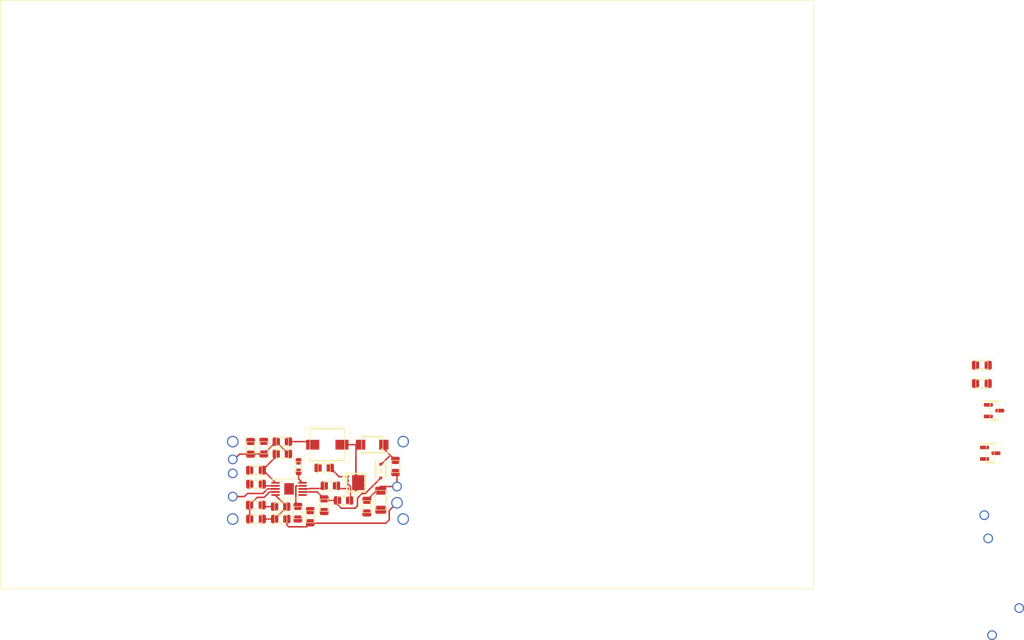
<source format=kicad_pcb>
(kicad_pcb (version 20221018) (generator pcbnew)
  (layers (0 "F.Cu" signal) (31 "B.Cu" signal) (34 "B.Paste" user) (35 "F.Paste" user) (36 "B.SilkS" user "B.Silkscreen") (37 "F.SilkS" user "F.Silkscreen") (38 "B.Mask" user) (39 "F.Mask" user) (44 "Edge.Cuts" user))
  (net 0 "")
  (net 1 "Net-(IC1-FB)")
  (net 2 "Net-(IC1-COMP)")
  (net 3 "Net-(IC1-RC)")
  (net 4 "Net-(IC1-SS)")
  (net 5 "Net-(D8-Conn)")
  (net 6 "Net-(C2-Pad1)")
  (net 7 "Net-(IC1-BP)")
  (net 8 "Net-(IC1-ISNS)")
  (net 9 "Net-(D10-Conn)")
  (net 10 "Net-(D66-Conn)")
  (net 11 "Net-(D6-Conn)")
  (net 12 "Net-(Z1-K)")
  (net 13 "Net-(Q1-D_1)")
  (net 14 "Net-(D17-Conn)")
  (net 15 "Net-(D67-Conn)")
  (net 16 "Net-(D68-Conn)")
  (net 17 "Net-(IC1-GDRV)")
  (net 18 "Net-(L2-Pad1)")
  (net 19 "Net-(Q1-S_1)")
  (net 20 "Net-(Q1-G)")
  (net 21 "GND")
  (footprint "Wire_holes:WireHole_1p5" (layer "F.Cu") (at 128.524 135.763)
    (fp_text reference "D6" hide)
    (fp_text value "Wire_Pad_01" hide)
    (pad "1" thru_hole circle (at 0 0) (size 1.9 1.9) (drill 1.5) (layers "*.Cu" "*.Mask") (net 11 "Net-(D6-Conn)"))
  )
  (footprint "Capacitor_SMD:C_0805_2012Metric_Pad1.18x1.45mm_HandSolder" (layer "F.Cu") (at 112.268 137.3925 -90)
    (fp_text reference "C9" hide)
    (fp_text value "C" hide)
    (pad "1" smd roundrect (at -1.0375 0 270) (size 1.175 1.45) (layers "F.Cu" "F.Paste" "F.Mask") (roundrect_rratio 0.212766) (net 7 "Net-(IC1-BP)"))
    (pad "2" smd roundrect (at 1.0375 0 270) (size 1.175 1.45) (layers "F.Cu" "F.Paste" "F.Mask") (roundrect_rratio 0.212766) (net 21 "GND"))
  )
  (footprint "Capacitor_SMD:C_0805_2012Metric_Pad1.18x1.45mm_HandSolder" (layer "F.Cu") (at 106.68 126.7245 90)
    (fp_text reference "C5" hide)
    (fp_text value "C" hide)
    (pad "1" smd roundrect (at -1.0375 0 90) (size 1.175 1.45) (layers "F.Cu" "F.Paste" "F.Mask") (roundrect_rratio 0.212766) (net 5 "Net-(D8-Conn)"))
    (pad "2" smd roundrect (at 1.0375 0 90) (size 1.175 1.45) (layers "F.Cu" "F.Paste" "F.Mask") (roundrect_rratio 0.212766) (net 21 "GND"))
  )
  (footprint "Resistor_SMD:R_0805_2012Metric_Pad1.20x1.40mm_HandSolder" (layer "F.Cu") (at 109.458 136.398 180)
    (fp_text reference "R3" hide)
    (fp_text value "R" hide)
    (pad "1" smd roundrect (at -1 0 180) (size 1.2 1.4) (layers "F.Cu" "F.Paste" "F.Mask") (roundrect_rratio 0.208333) (net 1 "Net-(IC1-FB)"))
    (pad "2" smd roundrect (at 1 0 180) (size 1.2 1.4) (layers "F.Cu" "F.Paste" "F.Mask") (roundrect_rratio 0.208333) (net 6 "Net-(C2-Pad1)"))
  )
  (footprint "Resistor_SMD:R_0805_2012Metric_Pad1.20x1.40mm_HandSolder" (layer "F.Cu") (at 109.728 127.762)
    (fp_text reference "R4" hide)
    (fp_text value "R" hide)
    (pad "1" smd roundrect (at -1 0) (size 1.2 1.4) (layers "F.Cu" "F.Paste" "F.Mask") (roundrect_rratio 0.208333) (net 3 "Net-(IC1-RC)"))
    (pad "2" smd roundrect (at 1 0) (size 1.2 1.4) (layers "F.Cu" "F.Paste" "F.Mask") (roundrect_rratio 0.208333) (net 5 "Net-(D8-Conn)"))
  )
  (footprint "libraries:WireHole_1p2" (layer "F.Cu") (at 101.6 130.937)
    (fp_text reference "D1" hide)
    (fp_text value "WireHole_1p5" hide)
    (pad "1" thru_hole circle (at 0 0) (size 1.6 1.6) (drill 1.2) (layers "*.Cu" "*.Mask") (net 21 "GND"))
  )
  (footprint "Package_TO_SOT_SMD:SOT-23" (layer "F.Cu") (at 226.3925 120.65)
    (fp_text reference "U12" hide)
    (fp_text value "MCP9700AT-ETT" hide)
    (pad "1" smd roundrect (at -0.9375 -0.95) (size 1.475 0.6) (layers "F.Cu" "F.Paste" "F.Mask") (net 10 "Net-(D66-Conn)"))
    (pad "2" smd roundrect (at -0.9375 0.95) (size 1.475 0.6) (layers "F.Cu" "F.Paste" "F.Mask") (net 16 "Net-(D68-Conn)"))
    (pad "3" smd roundrect (at 0.9375 0) (size 1.475 0.6) (layers "F.Cu" "F.Paste" "F.Mask") (net 21 "GND"))
  )
  (footprint "Resistor_SMD:R_0805_2012Metric_Pad1.20x1.40mm_HandSolder" (layer "F.Cu") (at 109.474 138.43 180)
    (fp_text reference "R2" hide)
    (fp_text value "R" hide)
    (pad "1" smd roundrect (at -1 0 180) (size 1.2 1.4) (layers "F.Cu" "F.Paste" "F.Mask") (roundrect_rratio 0.208333) (net 11 "Net-(D6-Conn)"))
    (pad "2" smd roundrect (at 1 0 180) (size 1.2 1.4) (layers "F.Cu" "F.Paste" "F.Mask") (roundrect_rratio 0.208333) (net 1 "Net-(IC1-FB)"))
  )
  (footprint "libraries:WireHole_1p2" (layer "F.Cu") (at 224.79 137.795)
    (fp_text reference "D66" hide)
    (fp_text value "+5B" hide)
    (pad "1" thru_hole circle (at 0 0) (size 1.6 1.6) (drill 1.2) (layers "*.Cu" "*.Mask") (net 10 "Net-(D66-Conn)"))
  )
  (footprint "Resistor_SMD:R_0805_2012Metric_Pad1.20x1.40mm_HandSolder" (layer "F.Cu") (at 117.602 132.969)
    (fp_text reference "R6" hide)
    (fp_text value "R" hide)
    (pad "1" smd roundrect (at -1 0) (size 1.2 1.4) (layers "F.Cu" "F.Paste" "F.Mask") (roundrect_rratio 0.208333) (net 17 "Net-(IC1-GDRV)"))
    (pad "2" smd roundrect (at 1 0) (size 1.2 1.4) (layers "F.Cu" "F.Paste" "F.Mask") (roundrect_rratio 0.208333) (net 20 "Net-(Q1-G)"))
  )
  (footprint "libraries:WireHole_1p2" (layer "F.Cu") (at 128.524 133.096)
    (fp_text reference "D10" hide)
    (fp_text value "WireHole_1p5" hide)
    (pad "1" thru_hole circle (at 0 0) (size 1.6 1.6) (drill 1.2) (layers "*.Cu" "*.Mask") (net 9 "Net-(D10-Conn)"))
  )
  (footprint "Capacitor_SMD:C_0805_2012Metric_Pad1.18x1.45mm_HandSolder" (layer "F.Cu") (at 105.41 132.715)
    (fp_text reference "C4" hide)
    (fp_text value "C" hide)
    (pad "1" smd roundrect (at -1.0375 0) (size 1.175 1.45) (layers "F.Cu" "F.Paste" "F.Mask") (roundrect_rratio 0.212766) (net 21 "GND"))
    (pad "2" smd roundrect (at 1.0375 0) (size 1.175 1.45) (layers "F.Cu" "F.Paste" "F.Mask") (roundrect_rratio 0.212766) (net 4 "Net-(IC1-SS)"))
  )
  (footprint "Capacitor_SMD:C_0805_2012Metric_Pad1.18x1.45mm_HandSolder" (layer "F.Cu") (at 123.571 136.398 -90)
    (fp_text reference "C30" hide)
    (fp_text value "C" hide)
    (pad "1" smd roundrect (at -1.0375 0 270) (size 1.175 1.45) (layers "F.Cu" "F.Paste" "F.Mask") (roundrect_rratio 0.212766) (net 9 "Net-(D10-Conn)"))
    (pad "2" smd roundrect (at 1.0375 0 270) (size 1.175 1.45) (layers "F.Cu" "F.Paste" "F.Mask") (roundrect_rratio 0.212766) (net 21 "GND"))
  )
  (footprint "Capacitor_SMD:C_0805_2012Metric_Pad1.18x1.45mm_HandSolder" (layer "F.Cu") (at 116.586 136.1655 -90)
    (fp_text reference "C11" hide)
    (fp_text value "C" hide)
    (pad "1" smd roundrect (at -1.0375 0 270) (size 1.175 1.45) (layers "F.Cu" "F.Paste" "F.Mask") (roundrect_rratio 0.212766) (net 8 "Net-(IC1-ISNS)"))
    (pad "2" smd roundrect (at 1.0375 0 270) (size 1.175 1.45) (layers "F.Cu" "F.Paste" "F.Mask") (roundrect_rratio 0.212766) (net 21 "GND"))
  )
  (footprint "libraries:WireHole_1p2" (layer "F.Cu") (at 230.505 153.035)
    (fp_text reference "D68" hide)
    (fp_text value "t_Q" hide)
    (pad "1" thru_hole circle (at 0 0) (size 1.6 1.6) (drill 1.2) (layers "*.Cu" "*.Mask") (net 16 "Net-(D68-Conn)"))
  )
  (footprint "libraries:DFN_3X3_EP" (layer "F.Cu") (at 121.793 132.461 -90)
    (fp_text reference "Q1" hide)
    (fp_text value "AON7407" hide)
    (pad "1" smd rect (at -0.975 1.4 270) (size 0.35 0.5) (layers "F.Cu" "F.Paste" "F.Mask") (net 19 "Net-(Q1-S_1)"))
    (pad "2" smd rect (at -0.325 1.4 270) (size 0.35 0.5) (layers "F.Cu" "F.Paste" "F.Mask") (net 19 "Net-(Q1-S_1)"))
    (pad "3" smd rect (at 0.325 1.4 270) (size 0.35 0.5) (layers "F.Cu" "F.Paste" "F.Mask") (net 19 "Net-(Q1-S_1)"))
    (pad "4" smd rect (at 0.975 1.4 270) (size 0.35 0.5) (layers "F.Cu" "F.Paste" "F.Mask") (net 20 "Net-(Q1-G)"))
    (pad "5" smd rect (at 0.975 -1.5) (size 0.3 0.4) (layers "F.Cu" "F.Paste" "F.Mask") (net 13 "Net-(Q1-D_1)"))
    (pad "6" smd rect (at 0.325 -1.5) (size 0.3 0.4) (layers "F.Cu" "F.Paste" "F.Mask") (net 13 "Net-(Q1-D_1)"))
    (pad "7" smd rect (at -0.325 -1.5) (size 0.3 0.4) (layers "F.Cu" "F.Paste" "F.Mask") (net 13 "Net-(Q1-D_1)"))
    (pad "8" smd rect (at -0.975 -1.5) (size 0.3 0.4) (layers "F.Cu" "F.Paste" "F.Mask") (net 13 "Net-(Q1-D_1)"))
    (pad "9" smd rect (at -1.415 0 270) (size 0.38 0.43) (layers "F.Cu" "F.Paste" "F.Mask") (net 13 "Net-(Q1-D_1)"))
    (pad "10" smd rect (at 0 -0.36) (size 1.98 2.45) (layers "F.Cu" "F.Paste" "F.Mask") (net 13 "Net-(Q1-D_1)"))
    (pad "11" smd rect (at 1.415 0 270) (size 0.38 0.43) (layers "F.Cu" "F.Paste" "F.Mask") (net 13 "Net-(Q1-D_1)"))
  )
  (footprint "Resistor_SMD:R_0805_2012Metric_Pad1.20x1.40mm_HandSolder" (layer "F.Cu") (at 114.3 138.049 -90)
    (fp_text reference "R1" hide)
    (fp_text value "R" hide)
    (pad "1" smd roundrect (at -1 0 270) (size 1.2 1.4) (layers "F.Cu" "F.Paste" "F.Mask") (roundrect_rratio 0.208333) (net 21 "GND"))
    (pad "2" smd roundrect (at 1 0 270) (size 1.2 1.4) (layers "F.Cu" "F.Paste" "F.Mask") (roundrect_rratio 0.208333) (net 11 "Net-(D6-Conn)"))
  )
  (footprint "Capacitor_SMD:C_0603_1608Metric_Pad1.08x0.95mm_HandSolder" (layer "F.Cu") (at 112.395 129.8205 90)
    (fp_text reference "C12" hide)
    (fp_text value "C" hide)
    (pad "1" smd roundrect (at -0.8625 0 90) (size 1.075 0.95) (layers "F.Cu" "F.Paste" "F.Mask") (net 5 "Net-(D8-Conn)"))
    (pad "2" smd roundrect (at 0.8625 0 90) (size 1.075 0.95) (layers "F.Cu" "F.Paste" "F.Mask") (net 21 "GND"))
  )
  (footprint "Capacitor_SMD:C_0805_2012Metric_Pad1.18x1.45mm_HandSolder" (layer "F.Cu") (at 224.3875 116.205)
    (fp_text reference "C50" hide)
    (fp_text value "C" hide)
    (pad "1" smd roundrect (at -1.0375 0) (size 1.175 1.45) (layers "F.Cu" "F.Paste" "F.Mask") (roundrect_rratio 0.212766) (net 10 "Net-(D66-Conn)"))
    (pad "2" smd roundrect (at 1.0375 0) (size 1.175 1.45) (layers "F.Cu" "F.Paste" "F.Mask") (roundrect_rratio 0.212766) (net 21 "GND"))
  )
  (footprint "libraries:WireHole_1p2" (layer "F.Cu") (at 226.06 157.48)
    (fp_text reference "D69" hide)
    (fp_text value "Gnd" hide)
    (pad "1" thru_hole circle (at 0 0) (size 1.6 1.6) (drill 1.2) (layers "*.Cu" "*.Mask") (net 21 "GND"))
  )
  (footprint "Wire_holes:WireHole_1p5" (layer "F.Cu") (at 101.6 138.43)
    (fp_text reference "U4" hide)
    (fp_text value "Mounting_Hole_M2" hide)
    (pad "1" thru_hole circle (at 0 0) (size 1.9 1.9) (drill 1.5) (layers "*.Cu" "*.Mask") (net 21 "GND"))
  )
  (footprint "Capacitor_SMD:C_0805_2012Metric_Pad1.18x1.45mm_HandSolder" (layer "F.Cu") (at 105.3885 136.144 180)
    (fp_text reference "C2" hide)
    (fp_text value "C" hide)
    (pad "1" smd roundrect (at -1.0375 0 180) (size 1.175 1.45) (layers "F.Cu" "F.Paste" "F.Mask") (roundrect_rratio 0.212766) (net 6 "Net-(C2-Pad1)"))
    (pad "2" smd roundrect (at 1.0375 0 180) (size 1.175 1.45) (layers "F.Cu" "F.Paste" "F.Mask") (roundrect_rratio 0.212766) (net 2 "Net-(IC1-COMP)"))
  )
  (footprint "Wire_holes:WireHole_1p5" (layer "F.Cu") (at 129.54 138.43)
    (fp_text reference "U3" hide)
    (fp_text value "Mounting_Hole_M2" hide)
    (pad "1" thru_hole circle (at 0 0) (size 1.9 1.9) (drill 1.5) (layers "*.Cu" "*.Mask") (net 21 "GND"))
  )
  (footprint "Resistor_SMD:R_0805_2012Metric_Pad1.20x1.40mm_HandSolder" (layer "F.Cu") (at 128.27 129.81 90)
    (fp_text reference "R12" hide)
    (fp_text value "R" hide)
    (pad "1" smd roundrect (at -1 0 90) (size 1.2 1.4) (layers "F.Cu" "F.Paste" "F.Mask") (roundrect_rratio 0.208333) (net 9 "Net-(D10-Conn)"))
    (pad "2" smd roundrect (at 1 0 90) (size 1.2 1.4) (layers "F.Cu" "F.Paste" "F.Mask") (roundrect_rratio 0.208333) (net 12 "Net-(Z1-K)"))
  )
  (footprint "Diode_SMD:D_SOD-323F" (layer "F.Cu") (at 125.857 130.556 -90)
    (fp_text reference "Z1" hide)
    (fp_text value "BZT52-C5V1J" hide)
    (pad "1" smd roundrect (at -1.1 0 270) (size 0.5 0.5) (layers "F.Cu" "F.Paste" "F.Mask") (net 12 "Net-(Z1-K)"))
    (pad "2" smd roundrect (at 1.1 0 270) (size 0.5 0.5) (layers "F.Cu" "F.Paste" "F.Mask") (net 8 "Net-(IC1-ISNS)"))
  )
  (footprint "Capacitor_SMD:C_0805_2012Metric_Pad1.18x1.45mm_HandSolder" (layer "F.Cu") (at 224.3875 113.195)
    (fp_text reference "C49" hide)
    (fp_text value "C" hide)
    (pad "1" smd roundrect (at -1.0375 0) (size 1.175 1.45) (layers "F.Cu" "F.Paste" "F.Mask") (roundrect_rratio 0.212766) (net 10 "Net-(D66-Conn)"))
    (pad "2" smd roundrect (at 1.0375 0) (size 1.175 1.45) (layers "F.Cu" "F.Paste" "F.Mask") (roundrect_rratio 0.212766) (net 21 "GND"))
  )
  (footprint "Capacitor_SMD:C_1206_3216Metric_Pad1.33x1.80mm_HandSolder" (layer "F.Cu") (at 125.857 135.3435 -90)
    (fp_text reference "C13" hide)
    (fp_text value "C" hide)
    (pad "1" smd roundrect (at -1.5625 0 270) (size 1.325 1.8) (layers "F.Cu" "F.Paste" "F.Mask") (roundrect_rratio 0.188679) (net 9 "Net-(D10-Conn)"))
    (pad "2" smd roundrect (at 1.5625 0 270) (size 1.325 1.8) (layers "F.Cu" "F.Paste" "F.Mask") (roundrect_rratio 0.188679) (net 21 "GND"))
  )
  (footprint "libraries:SODFL4626X120N" (layer "F.Cu") (at 124.46 126.238 180)
    (fp_text reference "D12" hide)
    (fp_text value "SS36" hide)
    (pad "1" smd rect (at -1.9 0 180) (size 1.53 1.63) (layers "F.Cu" "F.Paste" "F.Mask") (net 12 "Net-(Z1-K)"))
    (pad "2" smd rect (at 1.9 0 180) (size 1.53 1.63) (layers "F.Cu" "F.Paste" "F.Mask") (net 13 "Net-(Q1-D_1)"))
  )
  (footprint "Wire_holes:WireHole_1p5" (layer "F.Cu") (at 101.6 125.73)
    (fp_text reference "U5" hide)
    (fp_text value "Mounting_Hole_M2" hide)
    (pad "1" thru_hole circle (at 0 0) (size 1.9 1.9) (drill 1.5) (layers "*.Cu" "*.Mask") (net 21 "GND"))
  )
  (footprint "Wire_holes:WireHole_1p5" (layer "F.Cu") (at 129.54 125.73)
    (fp_text reference "U2" hide)
    (fp_text value "Mounting_Hole_M2" hide)
    (pad "1" thru_hole circle (at 0 0) (size 1.9 1.9) (drill 1.5) (layers "*.Cu" "*.Mask") (net 21 "GND"))
  )
  (footprint "Resistor_SMD:R_0805_2012Metric_Pad1.20x1.40mm_HandSolder" (layer "F.Cu") (at 116.586 130.048 180)
    (fp_text reference "R8" hide)
    (fp_text value "R" hide)
    (pad "1" smd roundrect (at -1 0 180) (size 1.2 1.4) (layers "F.Cu" "F.Paste" "F.Mask") (roundrect_rratio 0.208333) (net 19 "Net-(Q1-S_1)"))
    (pad "2" smd roundrect (at 1 0 180) (size 1.2 1.4) (layers "F.Cu" "F.Paste" "F.Mask") (roundrect_rratio 0.208333) (net 21 "GND"))
  )
  (footprint "Resistor_SMD:R_0805_2012Metric_Pad1.20x1.40mm_HandSolder" (layer "F.Cu") (at 109.728 125.73)
    (fp_text reference "R11" hide)
    (fp_text value "R" hide)
    (pad "1" smd roundrect (at -1 0) (size 1.2 1.4) (layers "F.Cu" "F.Paste" "F.Mask") (roundrect_rratio 0.208333) (net 5 "Net-(D8-Conn)"))
    (pad "2" smd roundrect (at 1 0) (size 1.2 1.4) (layers "F.Cu" "F.Paste" "F.Mask") (roundrect_rratio 0.208333) (net 18 "Net-(L2-Pad1)"))
  )
  (footprint "libraries:INDPM5752X300N" (layer "F.Cu") (at 117.107 126.238)
    (fp_text reference "L2" hide)
    (fp_text value "SRP7050AA-220M" hide)
    (pad "1" smd rect (at -2.4 0 90) (size 1.6 2.15) (layers "F.Cu" "F.Paste" "F.Mask") (net 18 "Net-(L2-Pad1)"))
    (pad "2" smd rect (at 2.4 0 90) (size 1.6 2.15) (layers "F.Cu" "F.Paste" "F.Mask") (net 13 "Net-(Q1-D_1)"))
  )
  (footprint "Package_TO_SOT_SMD:SOT-23" (layer "F.Cu") (at 225.7575 127.635)
    (fp_text reference "U13" hide)
    (fp_text value "MCP9700AT-ETT" hide)
    (pad "1" smd roundrect (at -0.9375 -0.95) (size 1.475 0.6) (layers "F.Cu" "F.Paste" "F.Mask") (net 10 "Net-(D66-Conn)"))
    (pad "2" smd roundrect (at -0.9375 0.95) (size 1.475 0.6) (layers "F.Cu" "F.Paste" "F.Mask") (net 15 "Net-(D67-Conn)"))
    (pad "3" smd roundrect (at 0.9375 0) (size 1.475 0.6) (layers "F.Cu" "F.Paste" "F.Mask") (net 21 "GND"))
  )
  (footprint "Capacitor_SMD:C_0805_2012Metric_Pad1.18x1.45mm_HandSolder" (layer "F.Cu") (at 105.41 138.43 180)
    (fp_text reference "C1" hide)
    (fp_text value "C" hide)
    (pad "1" smd roundrect (at -1.0375 0 180) (size 1.175 1.45) (layers "F.Cu" "F.Paste" "F.Mask") (roundrect_rratio 0.212766) (net 1 "Net-(IC1-FB)"))
    (pad "2" smd roundrect (at 1.0375 0 180) (size 1.175 1.45) (layers "F.Cu" "F.Paste" "F.Mask") (roundrect_rratio 0.212766) (net 2 "Net-(IC1-COMP)"))
  )
  (footprint "libraries:SOP50P490X110-11N" (layer "F.Cu") (at 110.83 133.485)
    (fp_text reference "IC1" hide)
    (fp_text value "TPS40211QDGQRQ1" hide)
    (pad "1" smd rect (at -2.2 -1 90) (size 0.3 1.4) (layers "F.Cu" "F.Paste" "F.Mask") (net 3 "Net-(IC1-RC)"))
    (pad "2" smd rect (at -2.2 -0.5 90) (size 0.3 1.4) (layers "F.Cu" "F.Paste" "F.Mask") (net 4 "Net-(IC1-SS)"))
    (pad "3" smd rect (at -2.2 0 90) (size 0.3 1.4) (layers "F.Cu" "F.Paste" "F.Mask") (net 14 "Net-(D17-Conn)"))
    (pad "4" smd rect (at -2.2 0.5 90) (size 0.3 1.4) (layers "F.Cu" "F.Paste" "F.Mask") (net 2 "Net-(IC1-COMP)"))
    (pad "5" smd rect (at -2.2 1 90) (size 0.3 1.4) (layers "F.Cu" "F.Paste" "F.Mask") (net 1 "Net-(IC1-FB)"))
    (pad "6" smd rect (at 2.2 1 90) (size 0.3 1.4) (layers "F.Cu" "F.Paste" "F.Mask") (net 21 "GND"))
    (pad "7" smd rect (at 2.2 0.5 90) (size 0.3 1.4) (layers "F.Cu" "F.Paste" "F.Mask") (net 8 "Net-(IC1-ISNS)"))
    (pad "8" smd rect (at 2.2 0 90) (size 0.3 1.4) (layers "F.Cu" "F.Paste" "F.Mask") (net 17 "Net-(IC1-GDRV)"))
    (pad "9" smd rect (at 2.2 -0.5 90) (size 0.3 1.4) (layers "F.Cu" "F.Paste" "F.Mask") (net 7 "Net-(IC1-BP)"))
    (pad "10" smd rect (at 2.2 -1 90) (size 0.3 1.4) (layers "F.Cu" "F.Paste" "F.Mask") (net 5 "Net-(D8-Conn)"))
    (pad "11" smd rect (at 0 0) (size 1.57 1.88) (layers "F.Cu" "F.Paste" "F.Mask") (net 21 "GND"))
  )
  (footprint "Capacitor_SMD:C_0805_2012Metric_Pad1.18x1.45mm_HandSolder" (layer "F.Cu") (at 105.41 130.429)
    (fp_text reference "C3" hide)
    (fp_text value "C" hide)
    (pad "1" smd roundrect (at -1.0375 0) (size 1.175 1.45) (layers "F.Cu" "F.Paste" "F.Mask") (roundrect_rratio 0.212766) (net 21 "GND"))
    (pad "2" smd roundrect (at 1.0375 0) (size 1.175 1.45) (layers "F.Cu" "F.Paste" "F.Mask") (roundrect_rratio 0.212766) (net 3 "Net-(IC1-RC)"))
  )
  (footprint "libraries:WireHole_1p2" (layer "F.Cu") (at 101.6 134.747)
    (fp_text reference "D17" hide)
    (fp_text value "WireHole_1p5" hide)
    (pad "1" thru_hole circle (at 0 0) (size 1.6 1.6) (drill 1.2) (layers "*.Cu" "*.Mask") (net 14 "Net-(D17-Conn)"))
  )
  (footprint "libraries:WireHole_1p2" (layer "F.Cu") (at 101.6 128.651)
    (fp_text reference "D8" hide)
    (fp_text value "WireHole_1p5" hide)
    (pad "1" thru_hole circle (at 0 0) (size 1.6 1.6) (drill 1.2) (layers "*.Cu" "*.Mask") (net 5 "Net-(D8-Conn)"))
  )
  (footprint "Resistor_SMD:R_0805_2012Metric_Pad1.20x1.40mm_HandSolder" (layer "F.Cu") (at 119.761 135.382)
    (fp_text reference "R7" hide)
    (fp_text value "R" hide)
    (pad "1" smd roundrect (at -1 0) (size 1.2 1.4) (layers "F.Cu" "F.Paste" "F.Mask") (roundrect_rratio 0.208333) (net 8 "Net-(IC1-ISNS)"))
    (pad "2" smd roundrect (at 1 0) (size 1.2 1.4) (layers "F.Cu" "F.Paste" "F.Mask") (roundrect_rratio 0.208333) (net 19 "Net-(Q1-S_1)"))
  )
  (footprint "Capacitor_SMD:C_0805_2012Metric_Pad1.18x1.45mm_HandSolder" (layer "F.Cu") (at 104.521 126.746 90)
    (fp_text reference "C8" hide)
    (fp_text value "C" hide)
    (pad "1" smd roundrect (at -1.0375 0 90) (size 1.175 1.45) (layers "F.Cu" "F.Paste" "F.Mask") (roundrect_rratio 0.212766) (net 5 "Net-(D8-Conn)"))
    (pad "2" smd roundrect (at 1.0375 0 90) (size 1.175 1.45) (layers "F.Cu" "F.Paste" "F.Mask") (roundrect_rratio 0.212766) (net 21 "GND"))
  )
  (footprint "libraries:WireHole_1p2" (layer "F.Cu") (at 225.425 141.605)
    (fp_text reference "D67" hide)
    (fp_text value "t_D" hide)
    (pad "1" thru_hole circle (at 0 0) (size 1.6 1.6) (drill 1.2) (layers "*.Cu" "*.Mask") (net 15 "Net-(D67-Conn)"))
  )
  (gr_line (start 63.5 53.34) (end 196.85 53.34) (stroke (width 0.1)) (layer "F.SilkS"))
  (gr_line (start 196.85 149.86) (end 63.5 149.86) (stroke (width 0.1)) (layer "F.SilkS"))
  (gr_line (start 196.85 53.34) (end 196.85 149.86) (stroke (width 0.1)) (layer "F.SilkS"))
  (gr_line (start 63.5 149.86) (end 63.5 53.34) (stroke (width 0.1)) (layer "F.SilkS"))
  (segment (start 106.4475 138.43) (end 108.474 138.43) (width 0.25) (layer "F.Cu") (net 1))
  (segment (start 110.458 136.446) (end 108.474 138.43) (width 0.25) (layer "F.Cu") (net 1))
  (segment (start 108.63 134.57) (end 110.458 136.398) (width 0.25) (layer "F.Cu") (net 1))
  (segment (start 110.458 136.398) (end 110.458 136.446) (width 0.25) (layer "F.Cu") (net 1))
  (segment (start 108.63 134.485) (end 108.63 134.57) (width 0.25) (layer "F.Cu") (net 1))
  (segment (start 107.63 133.985) (end 106.741 134.874) (width 0.25) (layer "F.Cu") (net 2))
  (segment (start 106.741 134.874) (end 105.621 134.874) (width 0.25) (layer "F.Cu") (net 2))
  (segment (start 105.621 134.874) (end 104.351 136.144) (width 0.25) (layer "F.Cu") (net 2))
  (segment (start 104.3725 138.43) (end 104.3725 136.1655) (width 0.25) (layer "F.Cu") (net 2))
  (segment (start 108.63 133.985) (end 107.63 133.985) (width 0.25) (layer "F.Cu") (net 2))
  (segment (start 104.3725 136.1655) (end 104.351 136.144) (width 0.25) (layer "F.Cu") (net 2))
  (segment (start 106.4475 130.429) (end 106.574 130.429) (width 0.25) (layer "F.Cu") (net 3))
  (segment (start 108.728 128.1485) (end 106.4475 130.429) (width 0.25) (layer "F.Cu") (net 3))
  (segment (start 106.574 130.429) (end 108.63 132.485) (width 0.25) (layer "F.Cu") (net 3))
  (segment (start 108.728 127.762) (end 108.728 128.1485) (width 0.25) (layer "F.Cu") (net 3))
  (segment (start 106.7175 132.985) (end 106.4475 132.715) (width 0.25) (layer "F.Cu") (net 4))
  (segment (start 108.63 132.985) (end 106.7175 132.985) (width 0.25) (layer "F.Cu") (net 4))
  (segment (start 104.521 127.7835) (end 102.7215 127.7835) (width 0.25) (layer "F.Cu") (net 5))
  (segment (start 108.712 125.73) (end 106.68 127.762) (width 0.25) (layer "F.Cu") (net 5))
  (segment (start 106.68 127.762) (end 104.5425 127.762) (width 0.25) (layer "F.Cu") (net 5))
  (segment (start 102.7215 127.7835) (end 101.854 128.651) (width 0.25) (layer "F.Cu") (net 5))
  (segment (start 112.395 131.85) (end 113.03 132.485) (width 0.25) (layer "F.Cu") (net 5))
  (segment (start 101.854 128.651) (end 101.6 128.651) (width 0.25) (layer "F.Cu") (net 5))
  (segment (start 108.728 125.762) (end 110.728 127.762) (width 0.25) (layer "F.Cu") (net 5))
  (segment (start 108.728 125.73) (end 108.728 125.762) (width 0.25) (layer "F.Cu") (net 5))
  (segment (start 104.5425 127.762) (end 104.521 127.7835) (width 0.25) (layer "F.Cu") (net 5))
  (segment (start 108.728 125.73) (end 108.712 125.73) (width 0.25) (layer "F.Cu") (net 5))
  (segment (start 112.395 130.683) (end 112.395 131.85) (width 0.25) (layer "F.Cu") (net 5))
  (segment (start 108.458 136.398) (end 106.68 136.398) (width 0.25) (layer "F.Cu") (net 6))
  (segment (start 106.68 136.398) (end 106.426 136.144) (width 0.25) (layer "F.Cu") (net 6))
  (segment (start 112.03 132.985) (end 111.94 133.075) (width 0.25) (layer "F.Cu") (net 7))
  (segment (start 113.03 132.985) (end 112.03 132.985) (width 0.25) (layer "F.Cu") (net 7))
  (segment (start 111.94 135.773) (end 112.522 136.355) (width 0.25) (layer "F.Cu") (net 7))
  (segment (start 111.94 133.075) (end 111.94 135.773) (width 0.25) (layer "F.Cu") (net 7))
  (segment (start 116.84 135.382) (end 116.586 135.128) (width 0.25) (layer "F.Cu") (net 8))
  (segment (start 115.443 133.985) (end 116.586 135.128) (width 0.25) (layer "F.Cu") (net 8))
  (segment (start 122.809 134.239) (end 123.317 134.239) (width 0.25) (layer "F.Cu") (net 8))
  (segment (start 122.047 135.001) (end 122.809 134.239) (width 0.25) (layer "F.Cu") (net 8))
  (segment (start 123.317 134.239) (end 125.857 131.699) (width 0.25) (layer "F.Cu") (net 8))
  (segment (start 125.857 131.699) (end 125.857 131.656) (width 0.25) (layer "F.Cu") (net 8))
  (segment (start 121.666 136.652) (end 122.047 136.271) (width 0.25) (layer "F.Cu") (net 8))
  (segment (start 122.047 136.271) (end 122.047 135.001) (width 0.25) (layer "F.Cu") (net 8))
  (segment (start 118.761 136.033) (end 119.38 136.652) (width 0.25) (layer "F.Cu") (net 8))
  (segment (start 119.38 136.652) (end 121.666 136.652) (width 0.25) (layer "F.Cu") (net 8))
  (segment (start 113.03 133.985) (end 115.443 133.985) (width 0.25) (layer "F.Cu") (net 8))
  (segment (start 118.761 135.382) (end 118.761 136.033) (width 0.25) (layer "F.Cu") (net 8))
  (segment (start 118.761 135.382) (end 116.84 135.382) (width 0.25) (layer "F.Cu") (net 8))
  (segment (start 128.524 133.096) (end 128.524 131.064) (width 0.25) (layer "F.Cu") (net 9))
  (segment (start 123.3885 135.543) (end 125.8355 133.096) (width 0.25) (layer "F.Cu") (net 9))
  (segment (start 125.8355 133.096) (end 128.524 133.096) (width 0.25) (layer "F.Cu") (net 9))
  (segment (start 128.524 131.064) (end 128.27 130.81) (width 0.25) (layer "F.Cu") (net 9))
  (segment (start 127.254 138.557) (end 127.254 137.033) (width 0.25) (layer "F.Cu") (net 11))
  (segment (start 110.744 139.7) (end 110.474 139.43) (width 0.25) (layer "F.Cu") (net 11))
  (segment (start 113.649 139.7) (end 110.744 139.7) (width 0.25) (layer "F.Cu") (net 11))
  (segment (start 113.726 139.11) (end 126.701 139.11) (width 0.25) (layer "F.Cu") (net 11))
  (segment (start 110.474 139.43) (end 110.474 138.43) (width 0.25) (layer "F.Cu") (net 11))
  (segment (start 127.254 137.033) (end 128.524 135.763) (width 0.25) (layer "F.Cu") (net 11))
  (segment (start 126.701 139.11) (end 127.254 138.557) (width 0.25) (layer "F.Cu") (net 11))
  (segment (start 114.3 139.049) (end 113.649 139.7) (width 0.25) (layer "F.Cu") (net 11))
  (segment (start 126.36 126.9) (end 127.4285 127.9685) (width 0.25) (layer "F.Cu") (net 12))
  (segment (start 127.4285 127.9685) (end 128.27 128.81) (width 0.25) (layer "F.Cu") (net 12))
  (segment (start 125.73 129.667) (end 127.4285 127.9685) (width 0.25) (layer "F.Cu") (net 12))
  (segment (start 126.36 126.238) (end 126.36 126.9) (width 0.25) (layer "F.Cu") (net 12))
  (segment (start 121.793 131.046) (end 121.793 126.365) (width 0.25) (layer "F.Cu") (net 13))
  (segment (start 121.793 126.365) (end 121.666 126.238) (width 0.25) (layer "F.Cu") (net 13))
  (segment (start 121.402 131.858) (end 121.409 131.865) (width 0.25) (layer "F.Cu") (net 13))
  (segment (start 121.666 126.238) (end 119.507 126.238) (width 0.25) (layer "F.Cu") (net 13))
  (segment (start 122.56 126.238) (end 121.666 126.238) (width 0.25) (layer "F.Cu") (net 13))
  (segment (start 122.301 126.497) (end 122.56 126.238) (width 0.25) (layer "F.Cu") (net 13))
  (segment (start 119.507 126.238) (end 120.2055 126.9365) (width 0.25) (layer "F.Cu") (net 13))
  (segment (start 106.549173 134.239) (end 104.013 134.239) (width 0.25) (layer "F.Cu") (net 14))
  (segment (start 108.63 133.485) (end 107.303173 133.485) (width 0.25) (layer "F.Cu") (net 14))
  (segment (start 103.505 134.747) (end 101.6 134.747) (width 0.25) (layer "F.Cu") (net 14))
  (segment (start 107.303173 133.485) (end 106.549173 134.239) (width 0.25) (layer "F.Cu") (net 14))
  (segment (start 104.013 134.239) (end 103.505 134.747) (width 0.25) (layer "F.Cu") (net 14))
  (segment (start 114.167827 133.425) (end 116.258173 133.425) (width 0.25) (layer "F.Cu") (net 17))
  (segment (start 114.107827 133.485) (end 113.03 133.485) (width 0.25) (layer "F.Cu") (net 17))
  (segment (start 116.258173 132.536) (end 116.856 133.133827) (width 0.25) (layer "F.Cu") (net 17))
  (segment (start 114.107827 133.485) (end 114.167827 133.425) (width 0.25) (layer "F.Cu") (net 17))
  (segment (start 114.199 125.73) (end 114.707 126.238) (width 0.25) (layer "F.Cu") (net 18))
  (segment (start 110.728 125.73) (end 114.199 125.73) (width 0.25) (layer "F.Cu") (net 18))
  (segment (start 120.594 132.786) (end 120.904 133.096) (width 0.2) (layer "F.Cu") (net 19))
  (segment (start 119.024 131.486) (end 117.586 130.048) (width 0.25) (layer "F.Cu") (net 19))
  (segment (start 120.904 133.096) (end 120.904 135.239) (width 0.2) (layer "F.Cu") (net 19))
  (segment (start 120.594 132.786) (end 120.393 132.786) (width 0.1) (layer "F.Cu") (net 19))
  (segment (start 120.393 131.486) (end 119.024 131.486) (width 0.25) (layer "F.Cu") (net 19))
  (segment (start 120.904 135.239) (end 120.761 135.382) (width 0.15) (layer "F.Cu") (net 19))
  (segment (start 120.393 131.486) (end 120.393 132.786) (width 0.25) (layer "F.Cu") (net 19))
  (segment (start 120.393 133.436) (end 119.069 133.436) (width 0.25) (layer "F.Cu") (net 20))
  (segment (start 119.069 133.436) (end 118.602 132.969) (width 0.25) (layer "F.Cu") (net 20))
  (segment (start 112.633 138.43) (end 112.649 138.414) (width 0.25) (layer "F.Cu") (net 21))
)
</source>
